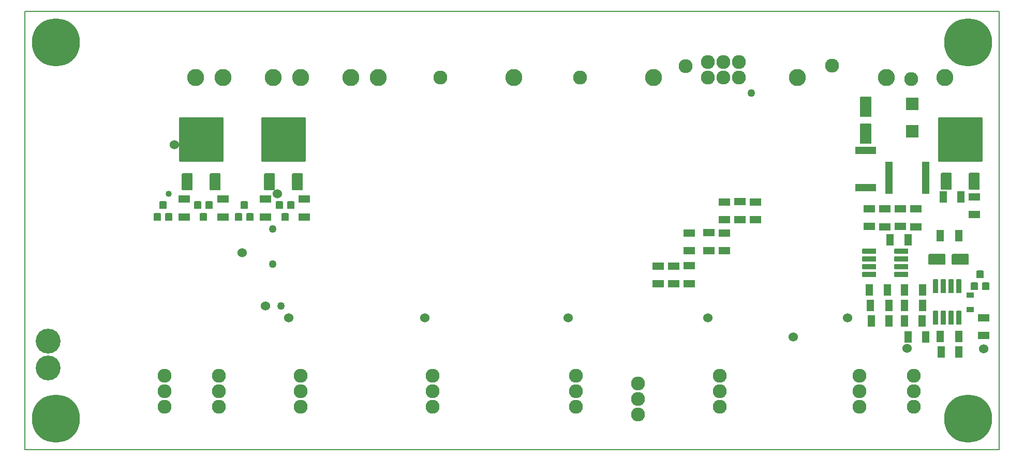
<source format=gbr>
G04 PROTEUS GERBER X2 FILE*
%TF.GenerationSoftware,Labcenter,Proteus,8.7-SP3-Build25561*%
%TF.CreationDate,2021-05-23T19:17:03+00:00*%
%TF.FileFunction,Soldermask,Bot*%
%TF.FilePolarity,Negative*%
%TF.Part,Single*%
%TF.SameCoordinates,{23a4d374-2f20-46fa-8f71-d400e96580a3}*%
%FSLAX45Y45*%
%MOMM*%
G01*
%TA.AperFunction,Material*%
%ADD44C,1.270000*%
%ADD45C,2.286000*%
%ADD46C,1.524000*%
%ADD47C,1.016000*%
%TA.AperFunction,Material*%
%ADD49C,4.064000*%
%ADD50C,2.794000*%
%AMPPAD063*
4,1,36,
-0.444500,-0.635000,
0.444500,-0.635000,
0.470470,-0.632470,
0.494480,-0.625200,
0.516080,-0.613650,
0.534790,-0.598290,
0.550150,-0.579570,
0.561700,-0.557980,
0.568970,-0.533970,
0.571500,-0.508000,
0.571500,0.508000,
0.568970,0.533970,
0.561700,0.557980,
0.550150,0.579570,
0.534790,0.598290,
0.516080,0.613650,
0.494480,0.625200,
0.470470,0.632470,
0.444500,0.635000,
-0.444500,0.635000,
-0.470470,0.632470,
-0.494480,0.625200,
-0.516080,0.613650,
-0.534790,0.598290,
-0.550150,0.579570,
-0.561700,0.557980,
-0.568970,0.533970,
-0.571500,0.508000,
-0.571500,-0.508000,
-0.568970,-0.533970,
-0.561700,-0.557980,
-0.550150,-0.579570,
-0.534790,-0.598290,
-0.516080,-0.613650,
-0.494480,-0.625200,
-0.470470,-0.632470,
-0.444500,-0.635000,
0*%
%TA.AperFunction,Material*%
%ADD69PPAD063*%
%AMPPAD064*
4,1,36,
3.492500,3.619500,
-3.492500,3.619500,
-3.518470,3.616970,
-3.542480,3.609700,
-3.564080,3.598150,
-3.582790,3.582790,
-3.598150,3.564070,
-3.609700,3.542480,
-3.616970,3.518470,
-3.619500,3.492500,
-3.619500,-3.492500,
-3.616970,-3.518470,
-3.609700,-3.542480,
-3.598150,-3.564070,
-3.582790,-3.582790,
-3.564080,-3.598150,
-3.542480,-3.609700,
-3.518470,-3.616970,
-3.492500,-3.619500,
3.492500,-3.619500,
3.518470,-3.616970,
3.542480,-3.609700,
3.564080,-3.598150,
3.582790,-3.582790,
3.598150,-3.564070,
3.609700,-3.542480,
3.616970,-3.518470,
3.619500,-3.492500,
3.619500,3.492500,
3.616970,3.518470,
3.609700,3.542480,
3.598150,3.564070,
3.582790,3.582790,
3.564080,3.598150,
3.542480,3.609700,
3.518470,3.616970,
3.492500,3.619500,
0*%
%ADD74PPAD064*%
%AMPPAD065*
4,1,36,
0.762000,1.397000,
-0.762000,1.397000,
-0.787970,1.394470,
-0.811980,1.387200,
-0.833580,1.375650,
-0.852290,1.360290,
-0.867650,1.341570,
-0.879200,1.319980,
-0.886470,1.295970,
-0.889000,1.270000,
-0.889000,-1.270000,
-0.886470,-1.295970,
-0.879200,-1.319980,
-0.867650,-1.341570,
-0.852290,-1.360290,
-0.833580,-1.375650,
-0.811980,-1.387200,
-0.787970,-1.394470,
-0.762000,-1.397000,
0.762000,-1.397000,
0.787970,-1.394470,
0.811980,-1.387200,
0.833580,-1.375650,
0.852290,-1.360290,
0.867650,-1.341570,
0.879200,-1.319980,
0.886470,-1.295970,
0.889000,-1.270000,
0.889000,1.270000,
0.886470,1.295970,
0.879200,1.319980,
0.867650,1.341570,
0.852290,1.360290,
0.833580,1.375650,
0.811980,1.387200,
0.787970,1.394470,
0.762000,1.397000,
0*%
%ADD75PPAD065*%
%AMPPAD066*
4,1,4,
-1.054100,-1.054100,
1.054100,-1.054100,
1.054100,1.054100,
-1.054100,1.054100,
-1.054100,-1.054100,
0*%
%TA.AperFunction,Material*%
%ADD76PPAD066*%
%AMPPAD067*
4,1,36,
-0.571500,0.317500,
-0.571500,-0.317500,
-0.568970,-0.343470,
-0.561700,-0.367480,
-0.550150,-0.389080,
-0.534790,-0.407790,
-0.516070,-0.423150,
-0.494480,-0.434700,
-0.470470,-0.441970,
-0.444500,-0.444500,
0.444500,-0.444500,
0.470470,-0.441970,
0.494480,-0.434700,
0.516070,-0.423150,
0.534790,-0.407790,
0.550150,-0.389080,
0.561700,-0.367480,
0.568970,-0.343470,
0.571500,-0.317500,
0.571500,0.317500,
0.568970,0.343470,
0.561700,0.367480,
0.550150,0.389080,
0.534790,0.407790,
0.516070,0.423150,
0.494480,0.434700,
0.470470,0.441970,
0.444500,0.444500,
-0.444500,0.444500,
-0.470470,0.441970,
-0.494480,0.434700,
-0.516070,0.423150,
-0.534790,0.407790,
-0.550150,0.389080,
-0.561700,0.367480,
-0.568970,0.343470,
-0.571500,0.317500,
0*%
%ADD77PPAD067*%
%AMPPAD068*
4,1,4,
-0.596900,-2.654300,
0.596900,-2.654300,
0.596900,2.654300,
-0.596900,2.654300,
-0.596900,-2.654300,
0*%
%ADD78PPAD068*%
%AMPPAD069*
4,1,36,
-0.825500,-1.651000,
0.825500,-1.651000,
0.851470,-1.648470,
0.875480,-1.641200,
0.897080,-1.629650,
0.915790,-1.614290,
0.931150,-1.595570,
0.942700,-1.573980,
0.949970,-1.549970,
0.952500,-1.524000,
0.952500,1.524000,
0.949970,1.549970,
0.942700,1.573980,
0.931150,1.595570,
0.915790,1.614290,
0.897080,1.629650,
0.875480,1.641200,
0.851470,1.648470,
0.825500,1.651000,
-0.825500,1.651000,
-0.851470,1.648470,
-0.875480,1.641200,
-0.897080,1.629650,
-0.915790,1.614290,
-0.931150,1.595570,
-0.942700,1.573980,
-0.949970,1.549970,
-0.952500,1.524000,
-0.952500,-1.524000,
-0.949970,-1.549970,
-0.942700,-1.573980,
-0.931150,-1.595570,
-0.915790,-1.614290,
-0.897080,-1.629650,
-0.875480,-1.641200,
-0.851470,-1.648470,
-0.825500,-1.651000,
0*%
%ADD79PPAD069*%
%AMPPAD070*
4,1,36,
1.143000,-0.317500,
1.143000,0.317500,
1.140470,0.343470,
1.133200,0.367480,
1.121650,0.389080,
1.106290,0.407790,
1.087570,0.423150,
1.065980,0.434700,
1.041970,0.441970,
1.016000,0.444500,
-1.016000,0.444500,
-1.041970,0.441970,
-1.065980,0.434700,
-1.087570,0.423150,
-1.106290,0.407790,
-1.121650,0.389080,
-1.133200,0.367480,
-1.140470,0.343470,
-1.143000,0.317500,
-1.143000,-0.317500,
-1.140470,-0.343470,
-1.133200,-0.367480,
-1.121650,-0.389080,
-1.106290,-0.407790,
-1.087570,-0.423150,
-1.065980,-0.434700,
-1.041970,-0.441970,
-1.016000,-0.444500,
1.016000,-0.444500,
1.041970,-0.441970,
1.065980,-0.434700,
1.087570,-0.423150,
1.106290,-0.407790,
1.121650,-0.389080,
1.133200,-0.367480,
1.140470,-0.343470,
1.143000,-0.317500,
0*%
%TA.AperFunction,Material*%
%ADD80PPAD070*%
%AMPPAD071*
4,1,36,
-0.317500,-1.143000,
0.317500,-1.143000,
0.343470,-1.140470,
0.367480,-1.133200,
0.389080,-1.121650,
0.407790,-1.106290,
0.423150,-1.087570,
0.434700,-1.065980,
0.441970,-1.041970,
0.444500,-1.016000,
0.444500,1.016000,
0.441970,1.041970,
0.434700,1.065980,
0.423150,1.087570,
0.407790,1.106290,
0.389080,1.121650,
0.367480,1.133200,
0.343470,1.140470,
0.317500,1.143000,
-0.317500,1.143000,
-0.343470,1.140470,
-0.367480,1.133200,
-0.389080,1.121650,
-0.407790,1.106290,
-0.423150,1.087570,
-0.434700,1.065980,
-0.441970,1.041970,
-0.444500,1.016000,
-0.444500,-1.016000,
-0.441970,-1.041970,
-0.434700,-1.065980,
-0.423150,-1.087570,
-0.407790,-1.106290,
-0.389080,-1.121650,
-0.367480,-1.133200,
-0.343470,-1.140470,
-0.317500,-1.143000,
0*%
%ADD81PPAD071*%
%AMPPAD072*
4,1,4,
-1.701800,0.622300,
-1.701800,-0.622300,
1.701800,-0.622300,
1.701800,0.622300,
-1.701800,0.622300,
0*%
%TA.AperFunction,Material*%
%ADD82PPAD072*%
%AMPPAD053*
4,1,36,
-1.397000,-0.762000,
-1.397000,0.762000,
-1.394470,0.787970,
-1.387200,0.811980,
-1.375650,0.833580,
-1.360290,0.852290,
-1.341570,0.867650,
-1.319980,0.879200,
-1.295970,0.886470,
-1.270000,0.889000,
1.270000,0.889000,
1.295970,0.886470,
1.319980,0.879200,
1.341570,0.867650,
1.360290,0.852290,
1.375650,0.833580,
1.387200,0.811980,
1.394470,0.787970,
1.397000,0.762000,
1.397000,-0.762000,
1.394470,-0.787970,
1.387200,-0.811980,
1.375650,-0.833580,
1.360290,-0.852290,
1.341570,-0.867650,
1.319980,-0.879200,
1.295970,-0.886470,
1.270000,-0.889000,
-1.270000,-0.889000,
-1.295970,-0.886470,
-1.319980,-0.879200,
-1.341570,-0.867650,
-1.360290,-0.852290,
-1.375650,-0.833580,
-1.387200,-0.811980,
-1.394470,-0.787970,
-1.397000,-0.762000,
0*%
%ADD59PPAD053*%
%AMPPAD073*
4,1,4,
0.571500,0.901700,
-0.571500,0.901700,
-0.571500,-0.901700,
0.571500,-0.901700,
0.571500,0.901700,
0*%
%ADD83PPAD073*%
%AMPPAD074*
4,1,4,
0.901700,-0.571500,
0.901700,0.571500,
-0.901700,0.571500,
-0.901700,-0.571500,
0.901700,-0.571500,
0*%
%ADD84PPAD074*%
%TA.AperFunction,Material*%
%ADD63C,7.874000*%
%TA.AperFunction,Profile*%
%ADD39C,0.203200*%
%TD.AperFunction*%
D44*
X+4457601Y+1587500D03*
X-3379970Y-639428D03*
X-3374955Y-1215192D03*
X-3238500Y-1905000D03*
D45*
X-635000Y+1841500D03*
X+1651000Y+1841500D03*
X+3383781Y+2028052D03*
X+5778500Y+2032000D03*
X+7075312Y+1816100D03*
D46*
X-4989352Y+736133D03*
X-3302000Y-63500D03*
X+7003489Y-2602297D03*
X+8255000Y-2603500D03*
X+6032500Y-2095500D03*
X+5143500Y-2413000D03*
X+3746500Y-2095500D03*
X+1460500Y-2095500D03*
X-889000Y-2095500D03*
X-3111500Y-2095500D03*
X-3492500Y-1905000D03*
X-3873500Y-1031366D03*
D47*
X-5080000Y-63500D03*
D49*
X-7048500Y-2476500D03*
X-7048500Y-2921000D03*
D50*
X-2095500Y+1841500D03*
X-1651000Y+1841500D03*
D45*
X-2921000Y-3556000D03*
X-2921000Y-3048000D03*
X-2921000Y-3302000D03*
D50*
X+571500Y+1841500D03*
D45*
X-762000Y-3556000D03*
X-762000Y-3302000D03*
X-762000Y-3048000D03*
X+1587500Y-3302000D03*
X+1587500Y-3556000D03*
X+1587500Y-3048000D03*
D50*
X+2857500Y+1841500D03*
D45*
X+3937000Y-3556000D03*
X+6223000Y-3556000D03*
X+3937000Y-3048000D03*
X+6223000Y-3048000D03*
X+3937000Y-3302000D03*
X+6223000Y-3302000D03*
D50*
X+5207000Y+1841500D03*
X+7620000Y+1841500D03*
D69*
X+8196580Y-1389380D03*
X+8290560Y-1579880D03*
X+8102600Y-1579880D03*
D74*
X+7874000Y+825500D03*
D75*
X+8102600Y+134620D03*
X+7645400Y+134620D03*
D76*
X+7086600Y+1404620D03*
X+7086600Y+954620D03*
D77*
X+8039100Y-1960880D03*
X+8039100Y-1725930D03*
D78*
X+6705600Y+198120D03*
X+7305600Y+198120D03*
D45*
X+7112000Y-3302000D03*
X+7112000Y-3556000D03*
X+7112000Y-3048000D03*
D50*
X+6667500Y+1841500D03*
D45*
X-4254500Y-3556000D03*
D79*
X+6324600Y+914620D03*
X+6324600Y+1359120D03*
D80*
X+6908800Y-1008380D03*
X+6908800Y-1135380D03*
X+6908800Y-1262380D03*
X+6908800Y-1389380D03*
X+6388100Y-1389380D03*
X+6388100Y-1262380D03*
X+6388100Y-1135380D03*
X+6388100Y-1008380D03*
D81*
X+7848600Y-2100580D03*
X+7721600Y-2100580D03*
X+7594600Y-2100580D03*
X+7467600Y-2100580D03*
X+7467600Y-1579880D03*
X+7594600Y-1579880D03*
X+7721600Y-1579880D03*
X+7848600Y-1579880D03*
D82*
X+6324600Y+642620D03*
X+6324600Y+32620D03*
D59*
X+7874000Y-1143000D03*
X+7493000Y-1143000D03*
D83*
X+7848600Y-754380D03*
X+7548600Y-754380D03*
X+6705600Y-2151380D03*
X+6415600Y-2151380D03*
X+6678100Y-1643380D03*
X+6388100Y-1643380D03*
D84*
X+6388100Y-599880D03*
X+6388100Y-309880D03*
X+6896100Y-599880D03*
X+6896100Y-309880D03*
D83*
X+7249600Y-2151380D03*
X+6959600Y-2151380D03*
D84*
X+8255000Y-2095500D03*
X+8255000Y-2385500D03*
D83*
X+7848600Y-2405380D03*
X+7548600Y-2405380D03*
D84*
X+7150100Y-309880D03*
X+7150100Y-609880D03*
X+8102600Y-119380D03*
X+8102600Y-409380D03*
D83*
X+7594600Y-119380D03*
X+7884600Y-119380D03*
X+7848600Y-2659380D03*
X+7558600Y-2659380D03*
D84*
X+6642100Y-309880D03*
X+6642100Y-609880D03*
D83*
X+7023100Y-817880D03*
X+6723100Y-817880D03*
X+7259600Y-1643380D03*
X+6959600Y-1643380D03*
X+7259600Y-1897380D03*
X+6959600Y-1897380D03*
X+6705600Y-1897380D03*
X+6405600Y-1897380D03*
D63*
X-6921500Y-3746500D03*
X-6921500Y+2413000D03*
X+8001000Y+2413000D03*
X+8001000Y-3746500D03*
D50*
X-4191000Y+1841500D03*
X-4635500Y+1841500D03*
D74*
X-4546600Y+817880D03*
D75*
X-4318000Y+127000D03*
X-4775200Y+127000D03*
D74*
X-3200400Y+817880D03*
D75*
X-2971800Y+127000D03*
X-3429000Y+127000D03*
D69*
X-5173980Y-254000D03*
X-5080000Y-444500D03*
X-5267960Y-444500D03*
X-3840480Y-254000D03*
X-3746500Y-444500D03*
X-3934460Y-444500D03*
X-4508500Y-444500D03*
X-4602480Y-254000D03*
X-4414520Y-254000D03*
X-3175000Y-444500D03*
X-3268980Y-254000D03*
X-3081020Y-254000D03*
D84*
X-4826000Y-154500D03*
X-4826000Y-444500D03*
X-4191000Y-154500D03*
X-4191000Y-444500D03*
X-3492500Y-154500D03*
X-3492500Y-444500D03*
X-2857500Y-154500D03*
X-2857500Y-444500D03*
D50*
X-2921000Y+1841500D03*
X-3365500Y+1841500D03*
D45*
X-4254500Y-3048000D03*
X-4254500Y-3302000D03*
D84*
X+3439000Y-1242500D03*
X+3439000Y-1542500D03*
X+3756500Y-698500D03*
X+3756500Y-998500D03*
X+4264500Y-190500D03*
X+4264500Y-490500D03*
X+2931000Y-1542500D03*
X+2931000Y-1252500D03*
X+3439000Y-998500D03*
X+3439000Y-708500D03*
X+4010500Y-998500D03*
X+4010500Y-708500D03*
X+3185000Y-1542500D03*
X+3185000Y-1252500D03*
X+4010500Y-490500D03*
X+4010500Y-200500D03*
X+4518500Y-490500D03*
X+4518500Y-200500D03*
D45*
X+3746500Y+2095500D03*
X+2603500Y-3175000D03*
X+3746500Y+1841500D03*
X+4000500Y+2095500D03*
X+2603500Y-3429000D03*
X+4000500Y+1841500D03*
X+4254500Y+2095500D03*
X+2603500Y-3683000D03*
X+4254500Y+1841500D03*
X-5143500Y-3048000D03*
X-5143500Y-3302000D03*
D83*
X+7311000Y-2413000D03*
X+7021000Y-2413000D03*
D45*
X-5143500Y-3556000D03*
D39*
X-7429500Y-4254500D02*
X+8509000Y-4254500D01*
X+8509000Y+2921000D01*
X-7429500Y+2921000D01*
X-7429500Y-4254500D01*
M02*

</source>
